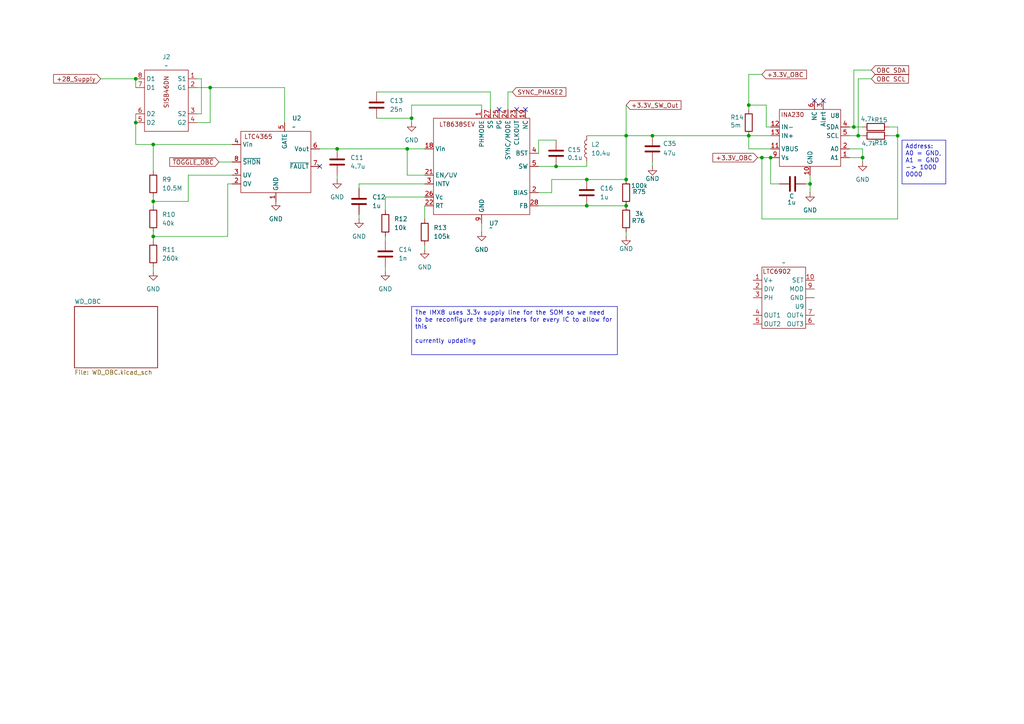
<source format=kicad_sch>
(kicad_sch (version 20250114) (generator "eeschema") (generator_version "9.0")
  (paper "A4")
  (lib_symbols
    (symbol "Device:C" (pin_numbers (hide yes)) (pin_names (offset 0.254))
      (property "Reference" "C" (at 0.635 2.54 0))
      (property "Value" "C" (at 0.635 -2.54 0))
      (symbol "C_0_1"
        (polyline (pts (xy -2.032 0.762) (xy 2.032 0.762)) (stroke (width 0.508)))
        (polyline (pts (xy -2.032 -0.762) (xy 2.032 -0.762)) (stroke (width 0.508)))
      )
      (symbol "C_1_1"
        (pin passive line (at 0 3.81 270) (length 2.794) (name "~") (number "1"))
        (pin passive line (at 0 -3.81 90) (length 2.794) (name "~") (number "2"))
      )
    )
    (symbol "Device:L" (pin_numbers (hide yes)) (pin_names (offset 1.016) (hide yes))
      (property "Reference" "L" (at -1.27 0 90))
      (property "Value" "L" (at 1.905 0 90))
      (symbol "L_0_1"
        (arc (start 0 2.54) (mid 0.6323 1.905) (end 0 1.27))
        (arc (start 0 1.27) (mid 0.6323 0.635) (end 0 0))
        (arc (start 0 0) (mid 0.6323 -0.635) (end 0 -1.27))
        (arc (start 0 -1.27) (mid 0.6323 -1.905) (end 0 -2.54))
      )
      (symbol "L_1_1"
        (pin passive line (at 0 3.81 270) (length 1.27) (name "1") (number "1"))
        (pin passive line (at 0 -3.81 90) (length 1.27) (name "2") (number "2"))
      )
    )
    (symbol "Device:R" (pin_numbers (hide yes)) (pin_names (offset 0))
      (property "Reference" "R" (at 2.032 0 90))
      (property "Value" "R" (at 0 0 90))
      (symbol "R_0_1"
        (rectangle (start -1.016 -2.54) (end 1.016 2.54) (stroke (width 0.254)))
      )
      (symbol "R_1_1"
        (pin passive line (at 0 3.81 270) (length 1.27) (name "~") (number "1"))
        (pin passive line (at 0 -3.81 90) (length 1.27) (name "~") (number "2"))
      )
    )
    (symbol "INA230:INA230 [RGT PACKAGE]"
      (property "Reference" "U" (at 7.62 7.62 0))
      (property "Value" "INA230" (at 0 0 0))
      (symbol "INA230 [RGT PACKAGE]_0_1"
        (rectangle (start -8.89 8.89) (end 8.89 -7.62))
      )
      (symbol "INA230 [RGT PACKAGE]_1_1"
        (text "INA230" (at -5.08 7.366 0) (effects (font (size 1.27 1.27))))
        (pin input line (at -11.43 3.81 0) (length 2.54) (name "IN-") (number "12"))
        (pin input line (at -11.43 1.27 0) (length 2.54) (name "IN+") (number "13"))
        (pin input line (at -11.43 -2.54 0) (length 2.54) (name "VBUS") (number "11"))
        (pin power_in line (at -11.43 -5.08 0) (length 2.54) (name "Vs") (number "9"))
        (pin power_in line (at 0 -10.16 90) (length 2.54) (name "GND") (number "10"))
        (pin passive line (at 1.27 11.43 270) (length 2.54) (name "NC") (number "6"))
        (pin output line (at 3.81 11.43 270) (length 2.54) (name "Alert") (number "3"))
        (pin bidirectional line (at 11.43 3.81 180) (length 2.54) (name "SDA") (number "4"))
        (pin bidirectional line (at 11.43 1.27 180) (length 2.54) (name "SCL") (number "5"))
        (pin input line (at 11.43 -2.54 180) (length 2.54) (name "A0") (number "2"))
        (pin input line (at 11.43 -5.08 180) (length 2.54) (name "A1") (number "1"))
      )
    )
    (symbol "LT863SEV#PBF_1"
      (property "Reference" "U" (at 12.954 -2.286 0))
      (symbol "LT863SEV#PBF_1_0_1"
        (rectangle (start -13.97 15.24) (end 13.97 -12.7))
      )
      (symbol "LT863SEV#PBF_1_1_1"
        (text "LT8638SEV\n" (at -7.112 13.462 0) (effects (font (size 1.27 1.27))))
        (pin power_in line (at -16.51 6.35 0) (length 2.54) (name "Vin") (number "18"))
        (pin input line (at -16.51 -1.27 0) (length 2.54) (name "EN/UV") (number "21"))
        (pin input line (at -16.51 -3.81 0) (length 2.54) (name "INTV") (number "3"))
        (pin input line (at -16.51 -7.62 0) (length 2.54) (name "Vc") (number "26"))
        (pin passive line (at -16.51 -10.16 0) (length 2.54) (name "RT") (number "22"))
        (pin passive line (at 0 17.78 270) (length 2.54) (name "PHMODE") (number "1"))
        (pin power_out line (at 0 -15.24 90) (length 2.54) (name "GND") (number "9"))
        (pin passive line (at 2.54 17.78 270) (length 2.54) (name "SS") (number "27"))
        (pin passive line (at 5.08 17.78 270) (length 2.54) (name "PG") (number "25"))
        (pin passive line (at 7.62 17.78 270) (length 2.54) (name "SYNC/MODE") (number "24"))
        (pin passive line (at 10.16 17.78 270) (length 2.54) (name "CLKOUT") (number "23"))
        (pin passive line (at 12.7 17.78 270) (length 2.54) (name "NC") (number "19"))
        (pin power_out line (at 16.51 5.08 180) (length 2.54) (name "BST") (number "4"))
        (pin power_out line (at 16.51 1.27 180) (length 2.54) (name "SW") (number "5"))
        (pin power_out line (at 16.51 -6.35 180) (length 2.54) (name "BIAS") (number "2"))
        (pin power_out line (at 16.51 -10.16 180) (length 2.54) (name "FB") (number "28"))
      )
    )
    (symbol "LTC4365_1"
      (property "Reference" "U" (at 7.874 -7.874 0))
      (symbol "LTC4365_1_0_1"
        (rectangle (start -11.43 8.89) (end 8.89 -8.89))
      )
      (symbol "LTC4365_1_1_1"
        (text "LTC4365\n" (at -6.35 7.366 0) (effects (font (size 1.27 1.27))))
        (pin power_in line (at -13.97 5.08 0) (length 2.54) (name "Vin") (number "4"))
        (pin input line (at -13.97 0 0) (length 2.54) (name "~{SHDN}") (number "8"))
        (pin input line (at -13.97 -3.81 0) (length 2.54) (name "UV") (number "3"))
        (pin input line (at -13.97 -6.35 0) (length 2.54) (name "OV") (number "2"))
        (pin power_in line (at -1.27 -11.43 90) (length 2.54) (name "GND") (number "1"))
        (pin output line (at 1.27 11.43 270) (length 2.54) (name "GATE") (number "5"))
        (pin power_out line (at 11.43 3.81 180) (length 2.54) (name "Vout") (number "6"))
        (pin input line (at 11.43 -1.27 180) (length 2.54) (name "~{FAULT}") (number "7"))
      )
    )
    (symbol "LTC6902:LTC6902"
      (property "Reference" "U" (at 5.334 7.62 0))
      (symbol "LTC6902_0_1"
        (rectangle (start -6.35 8.89) (end 6.35 -8.89))
      )
      (symbol "LTC6902_1_1"
        (text "LTC6902" (at -2.032 7.62 0) (effects (font (size 1.27 1.27))))
        (pin power_in line (at -8.89 5.08 0) (length 2.54) (name "V+") (number "1"))
        (pin passive line (at -8.89 2.54 0) (length 2.54) (name "DIV") (number "2"))
        (pin passive line (at -8.89 0 0) (length 2.54) (name "PH") (number "3"))
        (pin output line (at -8.89 -5.08 0) (length 2.54) (name "OUT1") (number "4"))
        (pin output line (at -8.89 -7.62 0) (length 2.54) (name "OUT2") (number "5"))
        (pin passive line (at 8.89 5.08 180) (length 2.54) (name "SET") (number "10"))
        (pin passive line (at 8.89 2.54 180) (length 2.54) (name "MOD") (number "9"))
        (pin passive line (at 8.89 0 180) (length 2.54) (name "GND") (number ""))
        (pin output line (at 8.89 -5.08 180) (length 2.54) (name "OUT4") (number "7"))
        (pin output line (at 8.89 -7.62 180) (length 2.54) (name "OUT3") (number "6"))
      )
    )
    (symbol "SISB46DN:SISB46DN"
      (property "Reference" "J" (at 10.16 -5.08 0))
      (symbol "SISB46DN_0_1"
        (rectangle (start -8.89 6.3499) (end 8.89 -6.3499))
      )
      (symbol "SISB46DN_1_1"
        (text "SISB46DN\n" (at 2.54 0 0) (effects (font (size 1.27 1.27))))
        (pin power_out line (at -6.35 8.89 270) (length 2.54) (name "D2") (number "5"))
        (pin input line (at -6.35 -8.89 90) (length 2.54) (name "G2") (number "4"))
        (pin power_out line (at -3.81 8.89 270) (length 2.54) (name "D2") (number "6"))
        (pin power_out line (at -3.81 -8.89 90) (length 2.54) (name "S2") (number "3"))
        (pin power_out line (at 3.81 8.89 270) (length 2.54) (name "D1") (number "7"))
        (pin power_out line (at 3.81 -8.89 90) (length 2.54) (name "G1") (number "2"))
        (pin power_out line (at 6.35 8.89 270) (length 2.54) (name "D1") (number "8"))
        (pin power_out line (at 6.35 -8.89 90) (length 2.54) (name "S1") (number "1"))
      )
    )
    (symbol "power:GND" (power) (pin_numbers (hide yes)) (pin_names (offset 0) (hide yes))
      (property "Value" "GND" (at 0 -3.81 0))
      (symbol "GND_0_1"
        (polyline (pts (xy 0 0) (xy 0 -1.27) (xy 1.27 -1.27) (xy 0 -2.54) (xy -1.27 -1.27) (xy 0 -1.27)))
      )
      (symbol "GND_1_1"
        (pin power_in line (at 0 0 270) (length 0) (name "~") (number "1"))
      )
    )
  )
  (text_box "Address: A0 = GND, A1 = GND -> 1000 0000" (at 261.62 40.64 0) (size 12.7 12.7) (margins 0.9525 0.9525 0.9525 0.9525) (effects (font (size 1.27 1.27)) (justify left top)))
  (text_box "The IMX8 uses 3.3v supply line for the SOM so we need to be reconfigure the parameters for every IC to allow for this\n\ncurrently updating" (at 119.38 88.9 0) (size 59.69 13.97) (margins 0.9525 0.9525 0.9525 0.9525) (effects (font (size 1.27 1.27)) (justify left top)))
  (junction (at 181.61 52.07))
  (junction (at 170.18 52.07))
  (junction (at 260.35 39.37))
  (junction (at 39.37 22.86))
  (junction (at 44.45 58.42))
  (junction (at 223.52 45.72))
  (junction (at 189.23 39.37))
  (junction (at 248.92 39.37))
  (junction (at 217.17 39.37))
  (junction (at 217.17 30.48))
  (junction (at 60.96 25.4))
  (junction (at 44.45 68.58))
  (junction (at 118.11 43.18))
  (junction (at 220.98 45.72))
  (junction (at 44.45 41.91))
  (junction (at 234.95 53.34))
  (junction (at 170.18 59.69))
  (junction (at 247.65 36.83))
  (junction (at 39.37 35.56))
  (junction (at 161.29 48.26))
  (junction (at 250.19 45.72))
  (junction (at 97.79 43.18))
  (junction (at 181.61 39.37))
  (junction (at 119.38 34.29))
  (junction (at 181.61 59.69))
  (no_connect (at 149.86 31.75))
  (no_connect (at 152.4 31.75))
  (no_connect (at 236.22 29.21))
  (no_connect (at 92.71 48.26))
  (no_connect (at 144.78 31.75))
  (no_connect (at 238.76 29.21))
  (wire (pts (xy 260.35 39.37) (xy 260.35 36.83)))
  (wire (pts (xy 60.96 25.4) (xy 82.55 25.4)))
  (wire (pts (xy 220.98 45.72) (xy 220.98 63.5)))
  (wire (pts (xy 111.76 57.15) (xy 111.76 60.96)))
  (wire (pts (xy 260.35 63.5) (xy 260.35 39.37)))
  (wire (pts (xy 118.11 43.18) (xy 123.19 43.18)))
  (wire (pts (xy 223.52 45.72) (xy 223.52 53.34)))
  (wire (pts (xy 44.45 77.47) (xy 44.45 78.74)))
  (wire (pts (xy 123.19 57.15) (xy 111.76 57.15)))
  (wire (pts (xy 181.61 68.58) (xy 181.61 67.31)))
  (wire (pts (xy 54.61 50.8) (xy 54.61 58.42)))
  (wire (pts (xy 111.76 77.47) (xy 111.76 78.74)))
  (wire (pts (xy 57.15 33.02) (xy 58.42 33.02)))
  (wire (pts (xy 142.24 31.75) (xy 142.24 26.67)))
  (wire (pts (xy 57.15 35.56) (xy 60.96 35.56)))
  (wire (pts (xy 217.17 39.37) (xy 217.17 43.18)))
  (wire (pts (xy 123.19 59.69) (xy 123.19 63.5)))
  (wire (pts (xy 247.65 36.83) (xy 247.65 20.32)))
  (wire (pts (xy 58.42 22.86) (xy 57.15 22.86)))
  (wire (pts (xy 246.38 45.72) (xy 250.19 45.72)))
  (wire (pts (xy 156.21 55.88) (xy 160.02 55.88)))
  (wire (pts (xy 44.45 68.58) (xy 44.45 69.85)))
  (wire (pts (xy 246.38 39.37) (xy 248.92 39.37)))
  (wire (pts (xy 160.02 52.07) (xy 170.18 52.07)))
  (wire (pts (xy 250.19 45.72) (xy 250.19 46.99)))
  (wire (pts (xy 39.37 33.02) (xy 39.37 35.56)))
  (wire (pts (xy 60.96 25.4) (xy 60.96 35.56)))
  (wire (pts (xy 222.25 36.83) (xy 223.52 36.83)))
  (wire (pts (xy 181.61 39.37) (xy 189.23 39.37)))
  (wire (pts (xy 39.37 22.86) (xy 39.37 25.4)))
  (wire (pts (xy 97.79 50.8) (xy 97.79 52.07)))
  (wire (pts (xy 170.18 52.07) (xy 181.61 52.07)))
  (wire (pts (xy 156.21 44.45) (xy 156.21 40.64)))
  (wire (pts (xy 44.45 58.42) (xy 54.61 58.42)))
  (wire (pts (xy 217.17 30.48) (xy 222.25 30.48)))
  (wire (pts (xy 97.79 43.18) (xy 118.11 43.18)))
  (wire (pts (xy 247.65 20.32) (xy 252.73 20.32)))
  (wire (pts (xy 142.24 26.67) (xy 109.22 26.67)))
  (wire (pts (xy 181.61 39.37) (xy 181.61 30.48)))
  (wire (pts (xy 139.7 64.77) (xy 139.7 67.31)))
  (wire (pts (xy 119.38 35.56) (xy 119.38 34.29)))
  (wire (pts (xy 217.17 21.59) (xy 220.98 21.59)))
  (wire (pts (xy 92.71 43.18) (xy 97.79 43.18)))
  (wire (pts (xy 148.59 26.67) (xy 147.32 26.67)))
  (wire (pts (xy 181.61 39.37) (xy 170.18 39.37)))
  (wire (pts (xy 246.38 36.83) (xy 247.65 36.83)))
  (wire (pts (xy 118.11 50.8) (xy 118.11 43.18)))
  (wire (pts (xy 223.52 53.34) (xy 226.06 53.34)))
  (wire (pts (xy 139.7 30.48) (xy 119.38 30.48)))
  (wire (pts (xy 82.55 25.4) (xy 82.55 35.56)))
  (wire (pts (xy 39.37 41.91) (xy 44.45 41.91)))
  (wire (pts (xy 260.35 36.83) (xy 257.81 36.83)))
  (wire (pts (xy 44.45 41.91) (xy 44.45 49.53)))
  (wire (pts (xy 44.45 57.15) (xy 44.45 58.42)))
  (wire (pts (xy 104.14 54.61) (xy 104.14 53.34)))
  (wire (pts (xy 66.04 68.58) (xy 66.04 53.34)))
  (wire (pts (xy 217.17 39.37) (xy 223.52 39.37)))
  (wire (pts (xy 217.17 30.48) (xy 217.17 21.59)))
  (wire (pts (xy 219.71 45.72) (xy 220.98 45.72)))
  (wire (pts (xy 217.17 43.18) (xy 223.52 43.18)))
  (wire (pts (xy 109.22 34.29) (xy 119.38 34.29)))
  (wire (pts (xy 181.61 39.37) (xy 181.61 52.07)))
  (wire (pts (xy 161.29 48.26) (xy 170.18 48.26)))
  (wire (pts (xy 234.95 53.34) (xy 234.95 50.8)))
  (wire (pts (xy 257.81 39.37) (xy 260.35 39.37)))
  (wire (pts (xy 217.17 30.48) (xy 217.17 31.75)))
  (wire (pts (xy 44.45 68.58) (xy 66.04 68.58)))
  (wire (pts (xy 220.98 63.5) (xy 260.35 63.5)))
  (wire (pts (xy 234.95 55.88) (xy 234.95 53.34)))
  (wire (pts (xy 189.23 46.99) (xy 189.23 48.26)))
  (wire (pts (xy 156.21 59.69) (xy 170.18 59.69)))
  (wire (pts (xy 66.04 53.34) (xy 67.31 53.34)))
  (wire (pts (xy 170.18 48.26) (xy 170.18 46.99)))
  (wire (pts (xy 111.76 68.58) (xy 111.76 69.85)))
  (wire (pts (xy 160.02 52.07) (xy 160.02 55.88)))
  (wire (pts (xy 147.32 26.67) (xy 147.32 31.75)))
  (wire (pts (xy 44.45 58.42) (xy 44.45 59.69)))
  (wire (pts (xy 170.18 59.69) (xy 181.61 59.69)))
  (wire (pts (xy 63.5 46.99) (xy 67.31 46.99)))
  (wire (pts (xy 250.19 43.18) (xy 250.19 45.72)))
  (wire (pts (xy 246.38 43.18) (xy 250.19 43.18)))
  (wire (pts (xy 119.38 30.48) (xy 119.38 34.29)))
  (wire (pts (xy 139.7 30.48) (xy 139.7 31.75)))
  (wire (pts (xy 58.42 33.02) (xy 58.42 22.86)))
  (wire (pts (xy 29.21 22.86) (xy 39.37 22.86)))
  (wire (pts (xy 39.37 35.56) (xy 39.37 41.91)))
  (wire (pts (xy 104.14 53.34) (xy 123.19 53.34)))
  (wire (pts (xy 248.92 22.86) (xy 252.73 22.86)))
  (wire (pts (xy 44.45 41.91) (xy 67.31 41.91)))
  (wire (pts (xy 156.21 48.26) (xy 161.29 48.26)))
  (wire (pts (xy 54.61 50.8) (xy 67.31 50.8)))
  (wire (pts (xy 248.92 39.37) (xy 248.92 22.86)))
  (wire (pts (xy 220.98 45.72) (xy 223.52 45.72)))
  (wire (pts (xy 248.92 39.37) (xy 250.19 39.37)))
  (wire (pts (xy 156.21 40.64) (xy 161.29 40.64)))
  (wire (pts (xy 44.45 67.31) (xy 44.45 68.58)))
  (wire (pts (xy 104.14 62.23) (xy 104.14 63.5)))
  (wire (pts (xy 57.15 25.4) (xy 60.96 25.4)))
  (wire (pts (xy 233.68 53.34) (xy 234.95 53.34)))
  (wire (pts (xy 189.23 39.37) (xy 217.17 39.37)))
  (wire (pts (xy 123.19 71.12) (xy 123.19 72.39)))
  (wire (pts (xy 123.19 50.8) (xy 118.11 50.8)))
  (wire (pts (xy 222.25 30.48) (xy 222.25 36.83)))
  (wire (pts (xy 247.65 36.83) (xy 250.19 36.83)))
  (global_label "+3.3V_SW_Out" (shape input) (at 181.61 30.48 0) (property "Intersheetrefs" "${INTERSHEET_REFS}" (effects (hide yes))))
  (global_label "OBC SDA" (shape input) (at 252.73 20.32 0) (property "Intersheetrefs" "${INTERSHEET_REFS}" (effects (hide yes))))
  (global_label "OBC SCL" (shape input) (at 252.73 22.86 0) (property "Intersheetrefs" "${INTERSHEET_REFS}" (effects (hide yes))))
  (global_label "+28_Supply" (shape input) (at 29.21 22.86 180) (property "Intersheetrefs" "${INTERSHEET_REFS}" (effects (hide yes))))
  (global_label "+3.3V_OBC" (shape input) (at 220.98 21.59 0) (property "Intersheetrefs" "${INTERSHEET_REFS}" (effects (hide yes))))
  (global_label "+3.3V_OBC" (shape input) (at 219.71 45.72 180) (property "Intersheetrefs" "${INTERSHEET_REFS}" (effects (hide yes))))
  (global_label "SYNC_PHASE2" (shape input) (at 148.59 26.67 0) (property "Intersheetrefs" "${INTERSHEET_REFS}" (effects (hide yes))))
  (global_label "~{TOGGLE_OBC}" (shape input) (at 63.5 46.99 180) (property "Intersheetrefs" "${INTERSHEET_REFS}" (effects (hide yes))))
  (symbol (lib_id "power:GND") (at 189.23 48.26 0) (unit 1)
    (property "Reference" "#PWR060" (effects (hide yes)))
    (property "Value" "GND" (at 189.23 51.816 0))
    (property "Description" "Power symbol creates a global label with name \"GND\" , ground" (effects (hide yes)))
  )
  (symbol (lib_id "Device:R") (at 111.76 64.77 0) (unit 1)
    (property "Reference" "R12" (at 114.3 63.4999 0) (effects (justify left)))
    (property "Value" "10k" (at 114.3 66.0399 0) (effects (justify left)))
    (property "Description" "Resistor" (effects (hide yes)))
  )
  (symbol (lib_id "Device:R") (at 181.61 63.5 0) (unit 1)
    (property "Reference" "R76" (at 185.166 64.008 0))
    (property "Value" "3k" (at 185.42 61.976 0))
    (property "Description" "Resistor" (effects (hide yes)))
  )
  (symbol (lib_id "Device:R") (at 254 39.37 90) (unit 1)
    (property "Reference" "R16" (at 255.524 41.402 90))
    (property "Value" "4.7k" (at 251.968 41.656 90))
    (property "Description" "Resistor" (effects (hide yes)))
  )
  (symbol (lib_id "SISB46DN:SISB46DN") (at 48.26 29.21 90) (unit 1)
    (property "Reference" "J2" (at 48.26 16.51 90))
    (property "Value" "~" (at 48.26 19.05 90))
    (property "Footprint" "RevC Footprints:MOSFET_DN-T1-GE3_VIS" (effects (hide yes)))
    (property "Datasheet" "https://www.vishay.com/docs/76655/sisb46dn.pdf" (effects (hide yes)))
    (property "Description" "Dual N-Channel 40V (D-S) MOSFET" (effects (hide yes)))
  )
  (symbol (lib_id "power:GND") (at 80.01 58.42 0) (unit 1)
    (property "Reference" "#PWR013" (effects (hide yes)))
    (property "Value" "GND" (at 80.01 63.5 0))
    (property "Description" "Power symbol creates a global label with name \"GND\" , ground" (effects (hide yes)))
  )
  (symbol (lib_id "Device:L") (at 170.18 43.18 180) (unit 1)
    (property "Reference" "L2" (at 171.45 41.9099 0) (effects (justify right)))
    (property "Value" "10.4u" (at 171.45 44.4499 0) (effects (justify right)))
    (property "Description" "Inductor" (effects (hide yes)))
  )
  (symbol (lib_id "power:GND") (at 181.61 68.58 0) (unit 1)
    (property "Reference" "#PWR059" (effects (hide yes)))
    (property "Value" "GND" (at 181.61 72.136 0))
    (property "Description" "Power symbol creates a global label with name \"GND\" , ground" (effects (hide yes)))
  )
  (symbol (lib_id "power:GND") (at 111.76 78.74 0) (unit 1)
    (property "Reference" "#PWR016" (effects (hide yes)))
    (property "Value" "GND" (at 111.76 83.82 0))
    (property "Description" "Power symbol creates a global label with name \"GND\" , ground" (effects (hide yes)))
  )
  (symbol (lib_id "Device:C") (at 229.87 53.34 270) (unit 1)
    (property "Reference" "1u" (at 229.616 58.674 90))
    (property "Value" "C" (at 229.616 56.896 90))
    (property "Description" "Unpolarized capacitor" (effects (hide yes)))
  )
  (symbol (lib_id "power:GND") (at 119.38 35.56 0) (unit 1)
    (property "Reference" "#PWR017" (effects (hide yes)))
    (property "Value" "GND" (at 119.38 40.64 0))
    (property "Description" "Power symbol creates a global label with name \"GND\" , ground" (effects (hide yes)))
  )
  (symbol (lib_id "Device:R") (at 254 36.83 90) (unit 1)
    (property "Reference" "R15" (at 255.524 34.798 90))
    (property "Value" "4.7k" (at 251.714 34.544 90))
    (property "Description" "Resistor" (effects (hide yes)))
  )
  (symbol (lib_id "power:GND") (at 97.79 52.07 0) (unit 1)
    (property "Reference" "#PWR014" (effects (hide yes)))
    (property "Value" "GND" (at 97.79 57.15 0))
    (property "Description" "Power symbol creates a global label with name \"GND\" , ground" (effects (hide yes)))
  )
  (symbol (lib_id "Device:C") (at 189.23 43.18 0) (unit 1)
    (property "Reference" "C35" (at 192.278 41.656 0) (effects (justify left)))
    (property "Value" "47u" (at 192.278 44.45 0) (effects (justify left)))
    (property "Description" "Unpolarized capacitor" (effects (hide yes)))
  )
  (symbol (lib_id "Device:R") (at 123.19 67.31 0) (unit 1)
    (property "Reference" "R13" (at 125.73 66.0399 0) (effects (justify left)))
    (property "Value" "105k" (at 125.73 68.5799 0) (effects (justify left)))
    (property "Description" "Resistor" (effects (hide yes)))
  )
  (symbol (lib_id "Device:C") (at 111.76 73.66 0) (unit 1)
    (property "Reference" "C14" (at 115.57 72.3899 0) (effects (justify left)))
    (property "Value" "1n" (at 115.57 74.9299 0) (effects (justify left)))
    (property "Description" "Unpolarized capacitor" (effects (hide yes)))
  )
  (symbol (lib_id "LTC6902:LTC6902") (at 227.33 86.36 0) (unit 1)
    (property "Reference" "U9" (at 231.902 88.9 0))
    (property "Value" "~" (at 227.33 76.2 0))
    (property "Footprint" "RevC Footprints:LTC6902" (effects (hide yes)))
    (property "Datasheet" "https://www.analog.com/media/en/technical-documentation/data-sheets/6902f.pdf" (effects (hide yes)))
    (property "Description" "Multiphase Oscillator with Spread Spectrum Frequency Modulation" (effects (hide yes)))
  )
  (symbol (lib_id "Device:C") (at 170.18 55.88 0) (unit 1)
    (property "Reference" "C16" (at 173.99 54.6099 0) (effects (justify left)))
    (property "Value" "1u" (at 173.99 57.1499 0) (effects (justify left)))
    (property "Description" "Unpolarized capacitor" (effects (hide yes)))
  )
  (symbol (lib_id "power:GND") (at 44.45 78.74 0) (unit 1)
    (property "Reference" "#PWR012" (effects (hide yes)))
    (property "Value" "GND" (at 44.45 83.82 0))
    (property "Description" "Power symbol creates a global label with name \"GND\" , ground" (effects (hide yes)))
  )
  (symbol (lib_id "Device:R") (at 217.17 35.56 0) (unit 1)
    (property "Reference" "R14" (at 211.836 34.036 0) (effects (justify left)))
    (property "Value" "5m" (at 211.836 36.322 0) (effects (justify left)))
    (property "Description" "Resistor" (effects (hide yes)))
  )
  (symbol (lib_id "Device:R") (at 44.45 63.5 0) (unit 1)
    (property "Reference" "R10" (at 46.99 62.2299 0) (effects (justify left)))
    (property "Value" "40k" (at 46.99 64.7699 0) (effects (justify left)))
    (property "Description" "Resistor" (effects (hide yes)))
  )
  (symbol (lib_id "Device:C") (at 161.29 44.45 0) (unit 1)
    (property "Reference" "C15" (at 164.592 43.434 0) (effects (justify left)))
    (property "Value" "0.1u" (at 164.592 45.72 0) (effects (justify left)))
    (property "Description" "Unpolarized capacitor" (effects (hide yes)))
  )
  (symbol (lib_id "INA230:INA230 [RGT PACKAGE]") (at 234.95 40.64 0) (unit 1)
    (property "Reference" "U8" (at 240.792 33.528 0) (effects (justify left)))
    (property "Value" "INA230" (effects (hide yes)))
    (property "Footprint" "RevC Footprints:INA230AIRGTT" (effects (hide yes)))
    (property "Datasheet" "https://www.ti.com/lit/ds/symlink/ina230.pdf?ts=1739195723292" (effects (hide yes)))
    (property "Description" "INA230 36V, 16-Bit, I2C Output Current, Voltage and Power Monitor With Alert" (effects (hide yes)))
  )
  (symbol (lib_id "power:GND") (at 123.19 72.39 0) (unit 1)
    (property "Reference" "#PWR018" (effects (hide yes)))
    (property "Value" "GND" (at 123.19 77.47 0))
    (property "Description" "Power symbol creates a global label with name \"GND\" , ground" (effects (hide yes)))
  )
  (symbol (lib_id "power:GND") (at 234.95 55.88 0) (unit 1)
    (property "Reference" "#PWR020" (effects (hide yes)))
    (property "Value" "GND" (at 234.95 60.96 0))
    (property "Description" "Power symbol creates a global label with name \"GND\" , ground" (effects (hide yes)))
  )
  (symbol (lib_id "Device:R") (at 44.45 53.34 0) (unit 1)
    (property "Reference" "R9" (at 46.99 52.0699 0) (effects (justify left)))
    (property "Value" "10.5M" (at 46.99 54.6099 0) (effects (justify left)))
    (property "Description" "Resistor" (effects (hide yes)))
  )
  (symbol (lib_id "Device:R") (at 181.61 55.88 180) (unit 1)
    (property "Reference" "R75" (at 185.42 55.626 0))
    (property "Value" "100k" (at 185.42 53.848 0))
    (property "Description" "Resistor" (effects (hide yes)))
  )
  (symbol (lib_id "power:GND") (at 139.7 67.31 0) (unit 1)
    (property "Reference" "#PWR019" (effects (hide yes)))
    (property "Value" "GND" (at 139.7 72.39 0))
    (property "Description" "Power symbol creates a global label with name \"GND\" , ground" (effects (hide yes)))
  )
  (symbol (lib_id "power:GND") (at 104.14 63.5 0) (unit 1)
    (property "Reference" "#PWR015" (effects (hide yes)))
    (property "Value" "GND" (at 104.14 68.58 0))
    (property "Description" "Power symbol creates a global label with name \"GND\" , ground" (effects (hide yes)))
  )
  (symbol (lib_id "Device:C") (at 109.22 30.48 0) (unit 1)
    (property "Reference" "C13" (at 113.03 29.2099 0) (effects (justify left)))
    (property "Value" "25n" (at 113.03 31.7499 0) (effects (justify left)))
    (property "Description" "Unpolarized capacitor" (effects (hide yes)))
  )
  (symbol (lib_id "Device:C") (at 104.14 58.42 0) (unit 1)
    (property "Reference" "C12" (at 107.95 57.1499 0) (effects (justify left)))
    (property "Value" "1u" (at 107.95 59.6899 0) (effects (justify left)))
    (property "Description" "Unpolarized capacitor" (effects (hide yes)))
  )
  (symbol (lib_id "Device:R") (at 44.45 73.66 0) (unit 1)
    (property "Reference" "R11" (at 46.99 72.3899 0) (effects (justify left)))
    (property "Value" "260k" (at 46.99 74.9299 0) (effects (justify left)))
    (property "Description" "Resistor" (effects (hide yes)))
  )
  (symbol (lib_name "LT863SEV#PBF_1") (lib_id "LT8638SEV#PBF:LT863SEV#PBF") (at 139.7 49.53 0) (unit 1)
    (property "Reference" "U7" (at 141.8433 64.77 0) (effects (justify left)))
    (property "Value" "~" (at 141.8433 66.04 0) (effects (justify left)))
    (property "Footprint" "RevC Footprints:LT8638SEVPBF" (effects (hide yes)))
    (property "Datasheet" "https://www.mouser.com/datasheet/2/609/lt8638s-2301712.pdf" (effects (hide yes)))
    (property "Description" "42V, 10A/12A Peak Synchronous Step-Down Silent Switcher 2" (effects (hide yes)))
  )
  (symbol (lib_name "LTC4365_1") (lib_id "LTC4365:LTC4365") (at 81.28 46.99 0) (unit 1)
    (property "Reference" "U2" (at 84.6933 34.29 0) (effects (justify left)))
    (property "Value" "~" (at 84.6933 36.83 0) (effects (justify left)))
    (property "Footprint" "RevC Footprints:LTC4365" (effects (hide yes)))
    (property "Datasheet" "https://www.analog.com/media/en/technical-documentation/data-sheets/LTC4365.pdf" (effects (hide yes)))
    (property "Description" "Overvoltage, Undervoltage and Reverse Supply Protection Controller" (effects (hide yes)))
  )
  (symbol (lib_id "Device:C") (at 97.79 46.99 0) (unit 1)
    (property "Reference" "C11" (at 101.6 45.7199 0) (effects (justify left)))
    (property "Value" "4.7u" (at 101.6 48.2599 0) (effects (justify left)))
    (property "Description" "Unpolarized capacitor" (effects (hide yes)))
  )
  (symbol (lib_id "power:GND") (at 250.19 46.99 0) (unit 1)
    (property "Reference" "#PWR021" (effects (hide yes)))
    (property "Value" "GND" (at 250.19 52.07 0))
    (property "Description" "Power symbol creates a global label with name \"GND\" , ground" (effects (hide yes)))
  )
  (sheet (at 21.59 88.9) (size 24.13 17.78) (stroke (width 0.1524))
    (property "Sheetname" "WD_OBC" (at 21.59 88.1884 0) (effects (justify left bottom)))
    (property "Sheetfile" "WD_OBC.kicad_sch" (at 21.59 107.2646 0) (effects (justify left top)))
  )
)
</source>
